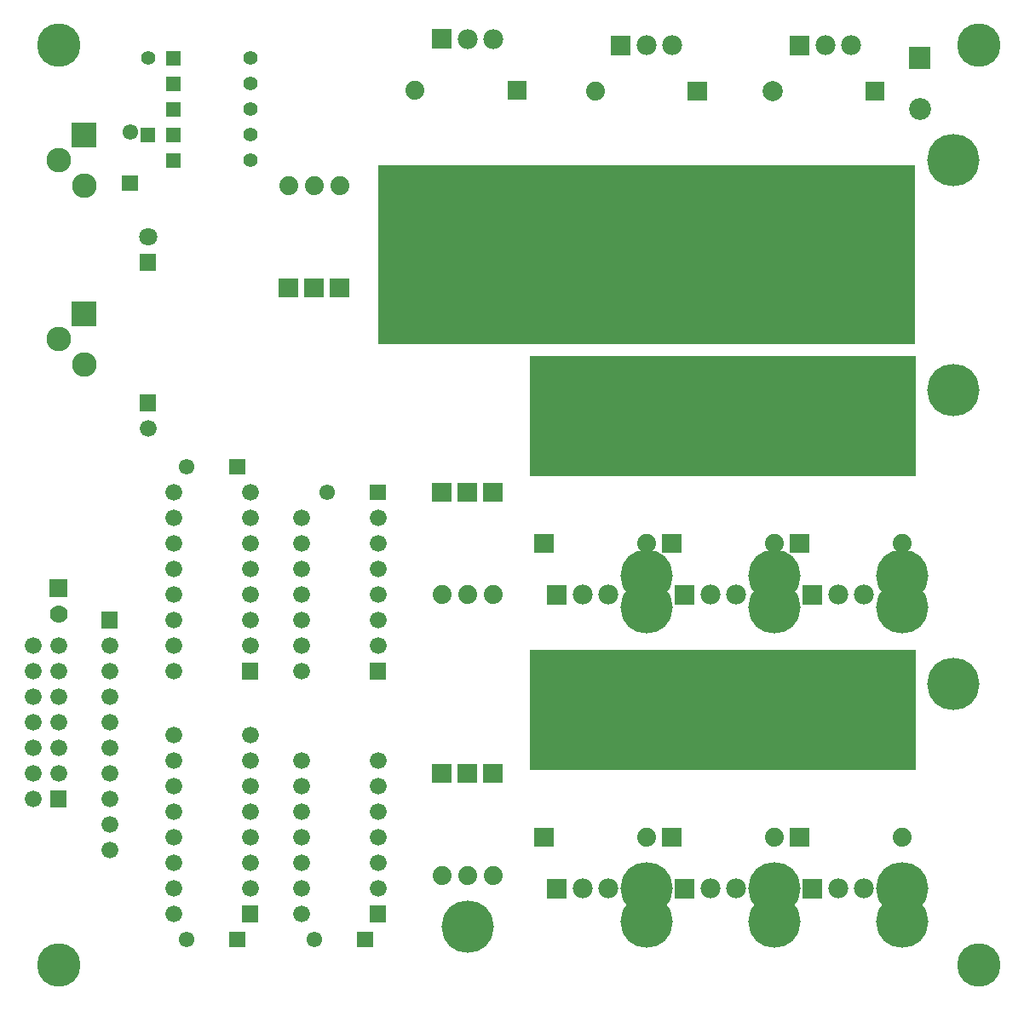
<source format=gbs>
G04 start of page 7 for group -4062 idx -4062 *
G04 Title: (unknown), soldermask *
G04 Creator: pcb 20110918 *
G04 CreationDate: Sat 26 Apr 2014 10:39:55 GMT UTC *
G04 For: ksarkies *
G04 Format: Gerber/RS-274X *
G04 PCB-Dimensions: 390000 390000 *
G04 PCB-Coordinate-Origin: lower left *
%MOIN*%
%FSLAX25Y25*%
%LNBOTTOMMASK*%
%ADD108R,0.4700X0.4700*%
%ADD107C,0.0710*%
%ADD106C,0.0700*%
%ADD105C,0.0660*%
%ADD104C,0.0790*%
%ADD103C,0.2050*%
%ADD102C,0.0740*%
%ADD101C,0.0780*%
%ADD100C,0.0860*%
%ADD99C,0.0560*%
%ADD98C,0.0610*%
%ADD97C,0.0960*%
%ADD96C,0.0001*%
%ADD95C,0.1700*%
G54D95*X15000Y375000D03*
G54D96*G36*
X57200Y362800D02*Y357200D01*
X62800D01*
Y362800D01*
X57200D01*
G37*
G36*
X47200Y342800D02*Y337200D01*
X52800D01*
Y342800D01*
X47200D01*
G37*
G36*
X20200Y344800D02*Y335200D01*
X29800D01*
Y344800D01*
X20200D01*
G37*
G54D97*X15000Y330000D03*
X25000Y320000D03*
G54D96*G36*
X39950Y324050D02*Y317950D01*
X46050D01*
Y324050D01*
X39950D01*
G37*
G54D98*X43000Y341000D03*
G54D99*X50000Y370000D03*
G54D96*G36*
X57200Y372800D02*Y367200D01*
X62800D01*
Y372800D01*
X57200D01*
G37*
G36*
Y352800D02*Y347200D01*
X62800D01*
Y352800D01*
X57200D01*
G37*
G36*
Y332800D02*Y327200D01*
X62800D01*
Y332800D01*
X57200D01*
G37*
G36*
Y342800D02*Y337200D01*
X62800D01*
Y342800D01*
X57200D01*
G37*
G36*
X347700Y374300D02*Y365700D01*
X356300D01*
Y374300D01*
X347700D01*
G37*
G54D95*X375000Y375000D03*
G54D100*X352000Y350000D03*
G54D101*X325000Y375000D03*
G54D96*G36*
X330800Y360700D02*Y353300D01*
X338200D01*
Y360700D01*
X330800D01*
G37*
G54D99*X90000Y360000D03*
G54D96*G36*
X101300Y283700D02*Y276300D01*
X108700D01*
Y283700D01*
X101300D01*
G37*
G54D102*X105000Y320000D03*
G54D96*G36*
X111300Y283700D02*Y276300D01*
X118700D01*
Y283700D01*
X111300D01*
G37*
G54D102*X115000Y320000D03*
G54D96*G36*
X121300Y283700D02*Y276300D01*
X128700D01*
Y283700D01*
X121300D01*
G37*
G54D102*X125000Y320000D03*
G54D99*X90000Y370000D03*
Y350000D03*
Y340000D03*
Y330000D03*
G54D96*G36*
X161100Y381400D02*Y373600D01*
X168900D01*
Y381400D01*
X161100D01*
G37*
G54D101*X175000Y377500D03*
X185000D03*
G54D96*G36*
X190800Y361200D02*Y353800D01*
X198200D01*
Y361200D01*
X190800D01*
G37*
G54D102*X154500Y357500D03*
G54D103*X365000Y330000D03*
Y240000D03*
G54D96*G36*
X231100Y378900D02*Y371100D01*
X238900D01*
Y378900D01*
X231100D01*
G37*
G54D101*X245000Y375000D03*
X255000D03*
G54D96*G36*
X301100Y378900D02*Y371100D01*
X308900D01*
Y378900D01*
X301100D01*
G37*
G54D101*X315000Y375000D03*
G54D96*G36*
X261300Y360700D02*Y353300D01*
X268700D01*
Y360700D01*
X261300D01*
G37*
G54D102*X225000Y357000D03*
G54D104*X294500D03*
G54D96*G36*
X20200Y274800D02*Y265200D01*
X29800D01*
Y274800D01*
X20200D01*
G37*
G54D97*X15000Y260000D03*
X25000Y250000D03*
G54D105*X35000Y80000D03*
Y70000D03*
G54D96*G36*
X11700Y83300D02*Y76700D01*
X18300D01*
Y83300D01*
X11700D01*
G37*
G54D105*X5000Y80000D03*
X15000Y90000D03*
X5000D03*
G54D95*X15000Y15000D03*
G54D105*Y100000D03*
X5000D03*
X15000Y110000D03*
X5000D03*
X15000Y120000D03*
X5000D03*
X15000Y130000D03*
X5000D03*
X15000Y140000D03*
X5000D03*
X35000Y120000D03*
Y110000D03*
Y100000D03*
Y90000D03*
G54D96*G36*
X31700Y153300D02*Y146700D01*
X38300D01*
Y153300D01*
X31700D01*
G37*
G54D105*X35000Y140000D03*
Y130000D03*
G54D96*G36*
X11500Y166000D02*Y159000D01*
X18500D01*
Y166000D01*
X11500D01*
G37*
G54D106*X15000Y152500D03*
G54D105*X60000Y140000D03*
Y130000D03*
X35000Y60000D03*
X60000Y65000D03*
Y55000D03*
X90000Y75000D03*
Y85000D03*
Y95000D03*
Y105000D03*
X60000D03*
Y95000D03*
Y85000D03*
Y75000D03*
Y45000D03*
Y35000D03*
G54D96*G36*
X86700Y38300D02*Y31700D01*
X93300D01*
Y38300D01*
X86700D01*
G37*
G54D105*X90000Y45000D03*
Y55000D03*
Y65000D03*
G54D96*G36*
X81950Y28050D02*Y21950D01*
X88050D01*
Y28050D01*
X81950D01*
G37*
G54D98*X65000Y25000D03*
G54D103*X365000Y125000D03*
X345000Y155000D03*
Y167500D03*
G54D96*G36*
X306100Y163900D02*Y156100D01*
X313900D01*
Y163900D01*
X306100D01*
G37*
G54D101*X320000Y160000D03*
X330000D03*
G54D102*X345000Y180000D03*
G54D95*X375000Y15000D03*
G54D103*X345000Y32000D03*
Y45000D03*
X295000Y32000D03*
G54D101*X270000Y45000D03*
X280000D03*
G54D103*X295000D03*
G54D96*G36*
X306100Y48900D02*Y41100D01*
X313900D01*
Y48900D01*
X306100D01*
G37*
G54D101*X320000Y45000D03*
X330000D03*
G54D103*X245000Y32000D03*
Y45000D03*
G54D96*G36*
X256100Y48900D02*Y41100D01*
X263900D01*
Y48900D01*
X256100D01*
G37*
G54D102*X245000Y65000D03*
G54D96*G36*
X251300Y68700D02*Y61300D01*
X258700D01*
Y68700D01*
X251300D01*
G37*
G36*
X301300D02*Y61300D01*
X308700D01*
Y68700D01*
X301300D01*
G37*
G54D102*X295000Y65000D03*
X345000D03*
G54D96*G36*
X206100Y163900D02*Y156100D01*
X213900D01*
Y163900D01*
X206100D01*
G37*
G54D102*X185000Y160000D03*
X175000D03*
X165000D03*
G54D101*X220000D03*
G54D96*G36*
X181300Y203700D02*Y196300D01*
X188700D01*
Y203700D01*
X181300D01*
G37*
G36*
X171300D02*Y196300D01*
X178700D01*
Y203700D01*
X171300D01*
G37*
G36*
X161300D02*Y196300D01*
X168700D01*
Y203700D01*
X161300D01*
G37*
G36*
X171300Y93700D02*Y86300D01*
X178700D01*
Y93700D01*
X171300D01*
G37*
G36*
X181300D02*Y86300D01*
X188700D01*
Y93700D01*
X181300D01*
G37*
G36*
X161300D02*Y86300D01*
X168700D01*
Y93700D01*
X161300D01*
G37*
G36*
X201300Y183700D02*Y176300D01*
X208700D01*
Y183700D01*
X201300D01*
G37*
G36*
X136950Y203050D02*Y196950D01*
X143050D01*
Y203050D01*
X136950D01*
G37*
G54D98*X120000Y200000D03*
G54D96*G36*
X206100Y48900D02*Y41100D01*
X213900D01*
Y48900D01*
X206100D01*
G37*
G54D102*X175000Y50000D03*
X185000D03*
G54D101*X220000Y45000D03*
X230000D03*
G54D102*X165000Y50000D03*
G54D96*G36*
X201300Y68700D02*Y61300D01*
X208700D01*
Y68700D01*
X201300D01*
G37*
G36*
X136700Y38300D02*Y31700D01*
X143300D01*
Y38300D01*
X136700D01*
G37*
G54D105*X140000Y45000D03*
Y55000D03*
Y65000D03*
Y75000D03*
Y85000D03*
X110000D03*
X140000Y95000D03*
X110000D03*
Y75000D03*
Y65000D03*
Y55000D03*
Y45000D03*
Y35000D03*
G54D96*G36*
X131950Y28050D02*Y21950D01*
X138050D01*
Y28050D01*
X131950D01*
G37*
G54D98*X115000Y25000D03*
G54D103*X245000Y155000D03*
Y167500D03*
G54D96*G36*
X256100Y163900D02*Y156100D01*
X263900D01*
Y163900D01*
X256100D01*
G37*
G54D101*X230000Y160000D03*
G54D103*X295000Y155000D03*
Y167500D03*
G54D101*X270000Y160000D03*
X280000D03*
G54D96*G36*
X301300Y183700D02*Y176300D01*
X308700D01*
Y183700D01*
X301300D01*
G37*
G36*
X251300D02*Y176300D01*
X258700D01*
Y183700D01*
X251300D01*
G37*
G54D102*X245000Y180000D03*
X295000D03*
G54D103*X175000Y30000D03*
G54D96*G36*
X136700Y133300D02*Y126700D01*
X143300D01*
Y133300D01*
X136700D01*
G37*
G54D105*X140000Y140000D03*
Y150000D03*
Y160000D03*
Y170000D03*
Y180000D03*
Y190000D03*
X110000D03*
Y180000D03*
Y170000D03*
Y160000D03*
Y150000D03*
Y140000D03*
Y130000D03*
G54D96*G36*
X86700Y133300D02*Y126700D01*
X93300D01*
Y133300D01*
X86700D01*
G37*
G54D105*X90000Y140000D03*
Y150000D03*
Y160000D03*
Y170000D03*
Y180000D03*
Y190000D03*
Y200000D03*
G54D96*G36*
X81950Y213050D02*Y206950D01*
X88050D01*
Y213050D01*
X81950D01*
G37*
G36*
X46700Y238300D02*Y231700D01*
X53300D01*
Y238300D01*
X46700D01*
G37*
G36*
Y293300D02*Y286700D01*
X53300D01*
Y293300D01*
X46700D01*
G37*
G54D107*X50000Y300000D03*
G54D105*Y225000D03*
X60000Y200000D03*
Y190000D03*
Y180000D03*
Y170000D03*
Y160000D03*
Y150000D03*
G54D98*X65000Y210000D03*
G54D108*X323000Y230000D02*X327000D01*
X273000D02*X277000D01*
X223000D02*X227000D01*
G54D96*G36*
X280000Y328000D02*Y258000D01*
X350000D01*
Y328000D01*
X280000D01*
G37*
G36*
X210000D02*Y258000D01*
X280000D01*
Y328000D01*
X210000D01*
G37*
G36*
X140000D02*Y258000D01*
X210000D01*
Y328000D01*
X140000D01*
G37*
G54D108*X323000Y115000D02*X327000D01*
X273000D02*X277000D01*
X223000D02*X227000D01*
M02*

</source>
